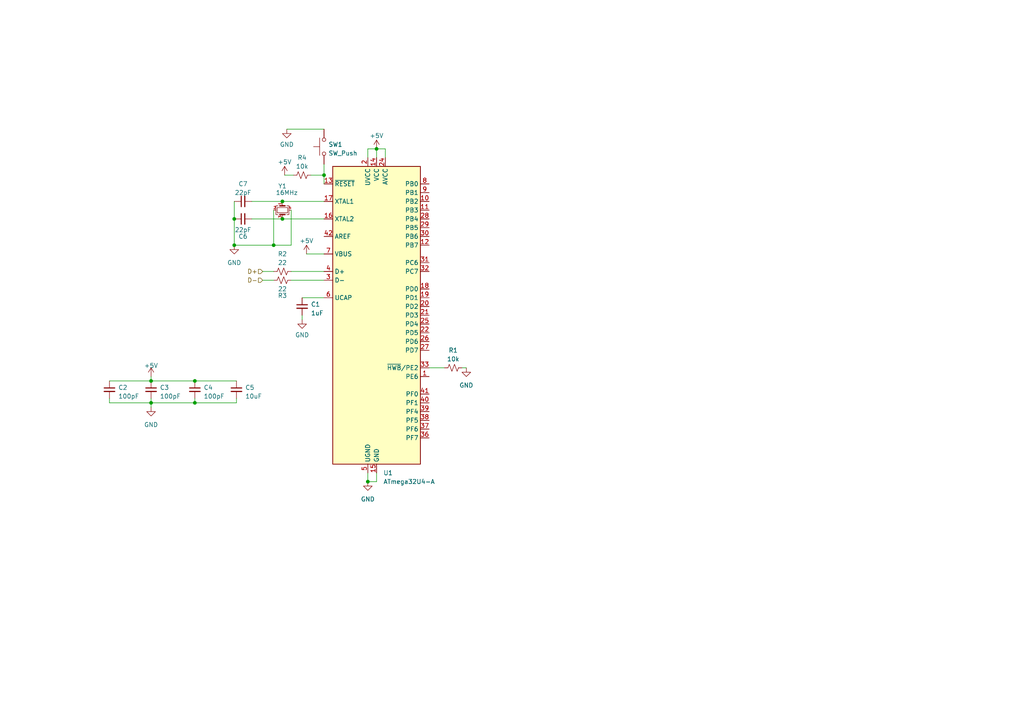
<source format=kicad_sch>
(kicad_sch (version 20230121) (generator eeschema)
  (paper "A4")
  (lib_symbols
    (symbol "Device:C_Small" (pin_numbers hide) (pin_names (offset 0.254) hide)
      (property "Reference" "C" (at 0.254 1.778 0))
      (property "Value" "C_Small" (at 0.254 -2.032 0))
      (symbol "C_Small_0_1"
        (polyline (pts (xy -1.524 -0.508) (xy 1.524 -0.508)) (stroke (width 0.3302)))
        (polyline (pts (xy -1.524 0.508) (xy 1.524 0.508)) (stroke (width 0.3048)))
      )
      (symbol "C_Small_1_1"
        (pin passive line (at 0 2.54 270) (length 2.032) (name "~") (number "1"))
        (pin passive line (at 0 -2.54 90) (length 2.032) (name "~") (number "2"))
      )
    )
    (symbol "Device:Crystal_GND24_Small" (pin_names (offset 1.016) hide)
      (property "Reference" "Y" (at 1.27 4.445 0))
      (property "Value" "Crystal_GND24_Small" (at 1.27 2.54 0))
      (symbol "Crystal_GND24_Small_0_1"
        (rectangle (start -0.762 -1.524) (end 0.762 1.524))
        (polyline (pts (xy -1.27 -0.762) (xy -1.27 0.762)) (stroke (width 0.381)))
        (polyline (pts (xy 1.27 -0.762) (xy 1.27 0.762)) (stroke (width 0.381)))
        (polyline (pts (xy -1.27 -1.27) (xy -1.27 -1.905) (xy 1.27 -1.905) (xy 1.27 -1.27)))
        (polyline (pts (xy -1.27 1.27) (xy -1.27 1.905) (xy 1.27 1.905) (xy 1.27 1.27)))
      )
      (symbol "Crystal_GND24_Small_1_1"
        (pin passive line (at -2.54 0 0) (length 1.27) (name "1") (number "1"))
        (pin passive line (at 0 -2.54 90) (length 0.635) (name "2") (number "2"))
        (pin passive line (at 2.54 0 180) (length 1.27) (name "3") (number "3"))
        (pin passive line (at 0 2.54 270) (length 0.635) (name "4") (number "4"))
      )
    )
    (symbol "Device:R_Small_US" (pin_numbers hide) (pin_names (offset 0.254) hide)
      (property "Reference" "R" (at 0.762 0.508 0))
      (property "Value" "R_Small_US" (at 0.762 -1.016 0))
      (symbol "R_Small_US_1_1"
        (polyline (pts (xy 0 0) (xy 1.016 -0.381) (xy 0 -0.762) (xy -1.016 -1.143) (xy 0 -1.524)))
        (polyline (pts (xy 0 1.524) (xy 1.016 1.143) (xy 0 0.762) (xy -1.016 0.381) (xy 0 0)))
        (pin passive line (at 0 2.54 270) (length 1.016) (name "~") (number "1"))
        (pin passive line (at 0 -2.54 90) (length 1.016) (name "~") (number "2"))
      )
    )
    (symbol "MCU_Microchip_ATmega:ATmega32U4-A"
      (property "Reference" "U" (at -12.7 44.45 0))
      (property "Value" "ATmega32U4-A" (at 2.54 -44.45 0))
      (symbol "ATmega32U4-A_0_1"
        (rectangle (start -12.7 -43.18) (end 12.7 43.18) (stroke (width 0.254)) (fill (type background)))
      )
      (symbol "ATmega32U4-A_1_1"
        (pin bidirectional line (at 15.24 -17.78 180) (length 2.54) (name "PE6") (number "1"))
        (pin bidirectional line (at 15.24 33.02 180) (length 2.54) (name "PB2") (number "10"))
        (pin bidirectional line (at 15.24 30.48 180) (length 2.54) (name "PB3") (number "11"))
        (pin bidirectional line (at 15.24 20.32 180) (length 2.54) (name "PB7") (number "12"))
        (pin input line (at -15.24 38.1 0) (length 2.54) (name "~{RESET}") (number "13"))
        (pin power_in line (at 0 45.72 270) (length 2.54) (name "VCC") (number "14"))
        (pin power_in line (at 0 -45.72 90) (length 2.54) (name "GND") (number "15"))
        (pin output line (at -15.24 27.94 0) (length 2.54) (name "XTAL2") (number "16"))
        (pin input line (at -15.24 33.02 0) (length 2.54) (name "XTAL1") (number "17"))
        (pin bidirectional line (at 15.24 7.62 180) (length 2.54) (name "PD0") (number "18"))
        (pin bidirectional line (at 15.24 5.08 180) (length 2.54) (name "PD1") (number "19"))
        (pin power_in line (at -2.54 45.72 270) (length 2.54) (name "UVCC") (number "2"))
        (pin bidirectional line (at 15.24 2.54 180) (length 2.54) (name "PD2") (number "20"))
        (pin bidirectional line (at 15.24 0 180) (length 2.54) (name "PD3") (number "21"))
        (pin bidirectional line (at 15.24 -5.08 180) (length 2.54) (name "PD5") (number "22"))
        (pin passive line (at 0 -45.72 90) (length 2.54) hide (name "GND") (number "23"))
        (pin power_in line (at 2.54 45.72 270) (length 2.54) (name "AVCC") (number "24"))
        (pin bidirectional line (at 15.24 -2.54 180) (length 2.54) (name "PD4") (number "25"))
        (pin bidirectional line (at 15.24 -7.62 180) (length 2.54) (name "PD6") (number "26"))
        (pin bidirectional line (at 15.24 -10.16 180) (length 2.54) (name "PD7") (number "27"))
        (pin bidirectional line (at 15.24 27.94 180) (length 2.54) (name "PB4") (number "28"))
        (pin bidirectional line (at 15.24 25.4 180) (length 2.54) (name "PB5") (number "29"))
        (pin bidirectional line (at -15.24 10.16 0) (length 2.54) (name "D-") (number "3"))
        (pin bidirectional line (at 15.24 22.86 180) (length 2.54) (name "PB6") (number "30"))
        (pin bidirectional line (at 15.24 15.24 180) (length 2.54) (name "PC6") (number "31"))
        (pin bidirectional line (at 15.24 12.7 180) (length 2.54) (name "PC7") (number "32"))
        (pin bidirectional line (at 15.24 -15.24 180) (length 2.54) (name "~{HWB}/PE2") (number "33"))
        (pin passive line (at 0 45.72 270) (length 2.54) hide (name "VCC") (number "34"))
        (pin passive line (at 0 -45.72 90) (length 2.54) hide (name "GND") (number "35"))
        (pin bidirectional line (at 15.24 -35.56 180) (length 2.54) (name "PF7") (number "36"))
        (pin bidirectional line (at 15.24 -33.02 180) (length 2.54) (name "PF6") (number "37"))
        (pin bidirectional line (at 15.24 -30.48 180) (length 2.54) (name "PF5") (number "38"))
        (pin bidirectional line (at 15.24 -27.94 180) (length 2.54) (name "PF4") (number "39"))
        (pin bidirectional line (at -15.24 12.7 0) (length 2.54) (name "D+") (number "4"))
        (pin bidirectional line (at 15.24 -25.4 180) (length 2.54) (name "PF1") (number "40"))
        (pin bidirectional line (at 15.24 -22.86 180) (length 2.54) (name "PF0") (number "41"))
        (pin passive line (at -15.24 22.86 0) (length 2.54) (name "AREF") (number "42"))
        (pin passive line (at 0 -45.72 90) (length 2.54) hide (name "GND") (number "43"))
        (pin passive line (at 2.54 45.72 270) (length 2.54) hide (name "AVCC") (number "44"))
        (pin passive line (at -2.54 -45.72 90) (length 2.54) (name "UGND") (number "5"))
        (pin passive line (at -15.24 5.08 0) (length 2.54) (name "UCAP") (number "6"))
        (pin input line (at -15.24 17.78 0) (length 2.54) (name "VBUS") (number "7"))
        (pin bidirectional line (at 15.24 38.1 180) (length 2.54) (name "PB0") (number "8"))
        (pin bidirectional line (at 15.24 35.56 180) (length 2.54) (name "PB1") (number "9"))
      )
    )
    (symbol "Switch:SW_Push" (pin_numbers hide) (pin_names (offset 1.016) hide)
      (property "Reference" "SW" (at 1.27 2.54 0))
      (property "Value" "SW_Push" (at 0 -1.524 0))
      (symbol "SW_Push_0_1"
        (circle (center -2.032 0) (radius 0.508))
        (polyline (pts (xy 0 1.27) (xy 0 3.048)))
        (polyline (pts (xy 2.54 1.27) (xy -2.54 1.27)))
        (circle (center 2.032 0) (radius 0.508))
        (pin passive line (at -5.08 0 0) (length 2.54) (name "1") (number "1"))
        (pin passive line (at 5.08 0 180) (length 2.54) (name "2") (number "2"))
      )
    )
    (symbol "power:+5V" (power) (pin_names (offset 0))
      (property "Value" "+5V" (at 0 3.556 0))
      (symbol "+5V_0_1"
        (polyline (pts (xy -0.762 1.27) (xy 0 2.54)))
        (polyline (pts (xy 0 0) (xy 0 2.54)))
        (polyline (pts (xy 0 2.54) (xy 0.762 1.27)))
      )
      (symbol "+5V_1_1"
        (pin power_in line (at 0 0 90) (length 0) hide (name "+5V") (number "1"))
      )
    )
    (symbol "power:GND" (power) (pin_names (offset 0))
      (property "Value" "GND" (at 0 -3.81 0))
      (symbol "GND_0_1"
        (polyline (pts (xy 0 0) (xy 0 -1.27) (xy 1.27 -1.27) (xy 0 -2.54) (xy -1.27 -1.27) (xy 0 -1.27)))
      )
      (symbol "GND_1_1"
        (pin power_in line (at 0 0 270) (length 0) hide (name "GND") (number "1"))
      )
    )
  )
  (junction (at 106.68 139.7))
  (junction (at 43.815 110.49))
  (junction (at 67.945 63.5))
  (junction (at 56.515 110.49))
  (junction (at 81.915 58.42))
  (junction (at 79.375 71.12))
  (junction (at 93.98 50.8))
  (junction (at 109.22 43.18))
  (junction (at 67.945 71.12))
  (junction (at 81.915 63.5))
  (junction (at 43.815 116.84))
  (junction (at 56.515 116.84))
  (wire (pts (xy 83.185 37.465) (xy 93.98 37.465)))
  (wire (pts (xy 84.455 71.12) (xy 79.375 71.12)))
  (wire (pts (xy 109.22 43.18) (xy 109.22 45.72)))
  (wire (pts (xy 111.76 45.72) (xy 111.76 43.18)))
  (wire (pts (xy 31.75 110.49) (xy 43.815 110.49)))
  (wire (pts (xy 67.945 58.42) (xy 67.945 63.5)))
  (wire (pts (xy 109.22 139.7) (xy 106.68 139.7)))
  (wire (pts (xy 84.455 78.74) (xy 93.98 78.74)))
  (wire (pts (xy 56.515 115.57) (xy 56.515 116.84)))
  (wire (pts (xy 43.815 118.11) (xy 43.815 116.84)))
  (wire (pts (xy 79.375 60.96) (xy 79.375 71.12)))
  (wire (pts (xy 84.455 60.96) (xy 84.455 71.12)))
  (wire (pts (xy 133.985 106.68) (xy 135.255 106.68)))
  (wire (pts (xy 68.58 115.57) (xy 68.58 116.84)))
  (wire (pts (xy 43.815 109.22) (xy 43.815 110.49)))
  (wire (pts (xy 106.68 45.72) (xy 106.68 43.18)))
  (wire (pts (xy 109.22 137.16) (xy 109.22 139.7)))
  (wire (pts (xy 81.915 58.42) (xy 93.98 58.42)))
  (wire (pts (xy 87.63 86.36) (xy 93.98 86.36)))
  (wire (pts (xy 93.98 47.625) (xy 93.98 50.8)))
  (wire (pts (xy 87.63 91.44) (xy 87.63 92.71)))
  (wire (pts (xy 73.025 58.42) (xy 81.915 58.42)))
  (wire (pts (xy 81.915 63.5) (xy 93.98 63.5)))
  (wire (pts (xy 82.55 50.8) (xy 85.09 50.8)))
  (wire (pts (xy 43.815 116.84) (xy 56.515 116.84)))
  (wire (pts (xy 124.46 106.68) (xy 128.905 106.68)))
  (wire (pts (xy 76.2 81.28) (xy 79.375 81.28)))
  (wire (pts (xy 106.68 43.18) (xy 109.22 43.18)))
  (wire (pts (xy 67.945 63.5) (xy 67.945 71.12)))
  (wire (pts (xy 73.025 63.5) (xy 81.915 63.5)))
  (wire (pts (xy 67.945 71.12) (xy 79.375 71.12)))
  (wire (pts (xy 84.455 81.28) (xy 93.98 81.28)))
  (wire (pts (xy 90.17 50.8) (xy 93.98 50.8)))
  (wire (pts (xy 111.76 43.18) (xy 109.22 43.18)))
  (wire (pts (xy 76.2 78.74) (xy 79.375 78.74)))
  (wire (pts (xy 31.75 116.84) (xy 43.815 116.84)))
  (wire (pts (xy 43.815 110.49) (xy 56.515 110.49)))
  (wire (pts (xy 43.815 115.57) (xy 43.815 116.84)))
  (wire (pts (xy 88.9 73.66) (xy 93.98 73.66)))
  (wire (pts (xy 68.58 116.84) (xy 56.515 116.84)))
  (wire (pts (xy 106.68 137.16) (xy 106.68 139.7)))
  (wire (pts (xy 56.515 110.49) (xy 68.58 110.49)))
  (wire (pts (xy 93.98 50.8) (xy 93.98 53.34)))
  (wire (pts (xy 31.75 115.57) (xy 31.75 116.84)))
  (hierarchical_label "D-" (shape input) (at 76.2 81.28 180))
  (hierarchical_label "D+" (shape input) (at 76.2 78.74 180))
  (symbol (lib_id "power:GND") (at 106.68 139.7 0) (unit 1)
    (property "Reference" "#PWR02" (effects hide))
    (property "Value" "GND" (at 106.68 144.78 0))
  )
  (symbol (lib_id "power:GND") (at 43.815 118.11 0) (unit 1)
    (property "Reference" "#PWR05" (effects hide))
    (property "Value" "GND" (at 43.815 123.19 0))
  )
  (symbol (lib_id "Device:C_Small") (at 70.485 63.5 90) (unit 1)
    (property "Reference" "C6" (at 70.485 68.58 90))
    (property "Value" "22pF" (at 70.485 66.675 90))
  )
  (symbol (lib_id "MCU_Microchip_ATmega:ATmega32U4-A") (at 109.22 91.44 0) (unit 1)
    (property "Reference" "U1" (at 111.1759 137.16 0) (effects (justify left)))
    (property "Value" "ATmega32U4-A" (at 111.1759 139.7 0) (effects (justify left)))
    (property "Footprint" "Package_QFP:TQFP-44_10x10mm_P0.8mm" (effects hide))
    (property "Datasheet" "http://ww1.microchip.com/downloads/en/DeviceDoc/Atmel-7766-8-bit-AVR-ATmega16U4-32U4_Datasheet.pdf" (effects hide))
  )
  (symbol (lib_id "Device:C_Small") (at 70.485 58.42 90) (unit 1)
    (property "Reference" "C7" (at 70.4913 53.34 90))
    (property "Value" "22pF" (at 70.4913 55.88 90))
  )
  (symbol (lib_id "Switch:SW_Push") (at 93.98 42.545 90) (unit 1)
    (property "Reference" "SW1" (at 95.25 41.91 90) (effects (justify right)))
    (property "Value" "SW_Push" (at 95.25 44.45 90) (effects (justify right)))
  )
  (symbol (lib_id "power:+5V") (at 109.22 43.18 0) (unit 1)
    (property "Reference" "#PWR01" (effects hide))
    (property "Value" "+5V" (at 109.22 39.37 0))
  )
  (symbol (lib_id "power:GND") (at 67.945 71.12 0) (unit 1)
    (property "Reference" "#PWR08" (effects hide))
    (property "Value" "GND" (at 67.945 76.2 0))
  )
  (symbol (lib_id "power:GND") (at 83.185 37.465 0) (unit 1)
    (property "Reference" "#PWR09" (effects hide))
    (property "Value" "GND" (at 83.185 41.91 0))
  )
  (symbol (lib_id "power:GND") (at 87.63 92.71 0) (unit 1)
    (property "Reference" "#PWR04" (effects hide))
    (property "Value" "GND" (at 87.63 97.155 0))
  )
  (symbol (lib_id "power:GND") (at 135.255 106.68 0) (unit 1)
    (property "Reference" "#PWR03" (effects hide))
    (property "Value" "GND" (at 135.255 111.76 0))
  )
  (symbol (lib_id "power:+5V") (at 88.9 73.66 0) (unit 1)
    (property "Reference" "#PWR07" (effects hide))
    (property "Value" "+5V" (at 88.9 69.85 0))
  )
  (symbol (lib_id "Device:R_Small_US") (at 81.915 81.28 270) (unit 1)
    (property "Reference" "R3" (at 81.915 85.725 90))
    (property "Value" "22" (at 81.915 83.82 90))
  )
  (symbol (lib_id "Device:C_Small") (at 87.63 88.9 0) (unit 1)
    (property "Reference" "C1" (at 90.17 88.2713 0) (effects (justify left)))
    (property "Value" "1uF" (at 90.17 90.8113 0) (effects (justify left)))
  )
  (symbol (lib_id "power:+5V") (at 43.815 109.22 0) (unit 1)
    (property "Reference" "#PWR06" (effects hide))
    (property "Value" "+5V" (at 43.815 106.045 0))
  )
  (symbol (lib_id "Device:C_Small") (at 68.58 113.03 0) (unit 1)
    (property "Reference" "C5" (at 71.12 112.4013 0) (effects (justify left)))
    (property "Value" "10uF" (at 71.12 114.9413 0) (effects (justify left)))
  )
  (symbol (lib_id "Device:R_Small_US") (at 131.445 106.68 270) (unit 1)
    (property "Reference" "R1" (at 131.445 101.6 90))
    (property "Value" "10k" (at 131.445 104.14 90))
  )
  (symbol (lib_id "Device:R_Small_US") (at 81.915 78.74 90) (unit 1)
    (property "Reference" "R2" (at 81.915 73.66 90))
    (property "Value" "22" (at 81.915 76.2 90))
  )
  (symbol (lib_id "power:+5V") (at 82.55 50.8 0) (unit 1)
    (property "Reference" "#PWR010" (effects hide))
    (property "Value" "+5V" (at 82.55 46.99 0))
  )
  (symbol (lib_id "Device:Crystal_GND24_Small") (at 81.915 60.96 270) (unit 1)
    (property "Reference" "Y1" (at 81.915 53.975 90))
    (property "Value" "16MHz" (at 83.185 55.88 90))
  )
  (symbol (lib_id "Device:R_Small_US") (at 87.63 50.8 90) (unit 1)
    (property "Reference" "R4" (at 87.63 45.72 90))
    (property "Value" "10k" (at 87.63 48.26 90))
  )
  (symbol (lib_id "Device:C_Small") (at 43.815 113.03 0) (unit 1)
    (property "Reference" "C3" (at 46.355 112.4013 0) (effects (justify left)))
    (property "Value" "100pF" (at 46.355 114.9413 0) (effects (justify left)))
  )
  (symbol (lib_id "Device:C_Small") (at 56.515 113.03 0) (unit 1)
    (property "Reference" "C4" (at 59.055 112.4013 0) (effects (justify left)))
    (property "Value" "100pF" (at 59.055 114.9413 0) (effects (justify left)))
  )
  (symbol (lib_id "Device:C_Small") (at 31.75 113.03 0) (unit 1)
    (property "Reference" "C2" (at 34.29 112.4013 0) (effects (justify left)))
    (property "Value" "100pF" (at 34.29 114.9413 0) (effects (justify left)))
  )
)
</source>
